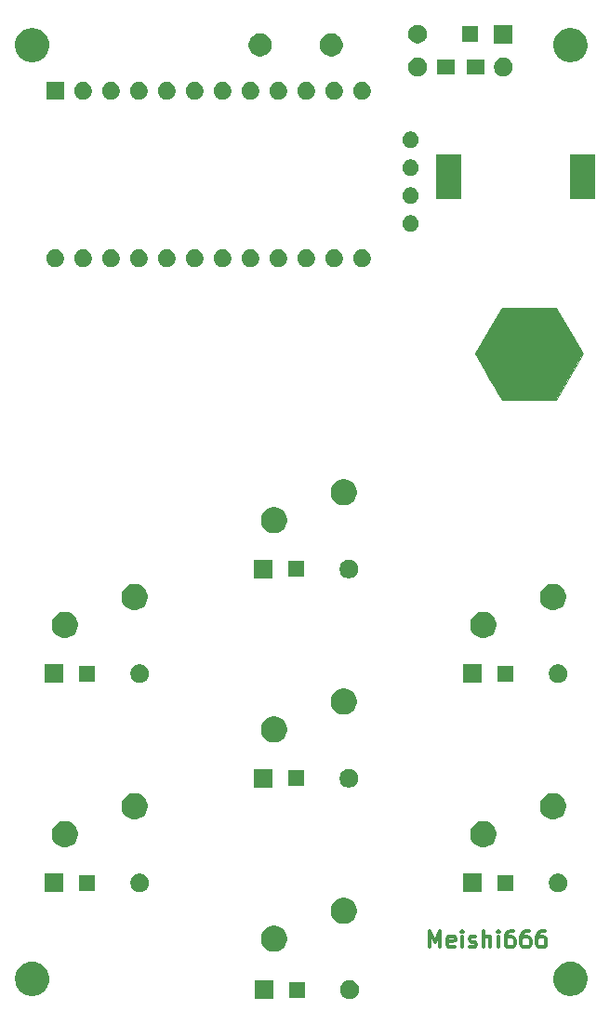
<source format=gts>
G04 #@! TF.GenerationSoftware,KiCad,Pcbnew,5.0.2-bee76a0~70~ubuntu18.04.1*
G04 #@! TF.CreationDate,2019-05-23T01:45:31+09:00*
G04 #@! TF.ProjectId,meishi666,6d656973-6869-4363-9636-2e6b69636164,rev?*
G04 #@! TF.SameCoordinates,Original*
G04 #@! TF.FileFunction,Soldermask,Top*
G04 #@! TF.FilePolarity,Negative*
%FSLAX46Y46*%
G04 Gerber Fmt 4.6, Leading zero omitted, Abs format (unit mm)*
G04 Created by KiCad (PCBNEW 5.0.2-bee76a0~70~ubuntu18.04.1) date 2019年05月23日 01時45分31秒*
%MOMM*%
%LPD*%
G01*
G04 APERTURE LIST*
%ADD10C,0.300000*%
%ADD11C,0.010000*%
%ADD12C,0.100000*%
G04 APERTURE END LIST*
D10*
X110164285Y-111133571D02*
X110164285Y-109633571D01*
X110664285Y-110705000D01*
X111164285Y-109633571D01*
X111164285Y-111133571D01*
X112450000Y-111062142D02*
X112307142Y-111133571D01*
X112021428Y-111133571D01*
X111878571Y-111062142D01*
X111807142Y-110919285D01*
X111807142Y-110347857D01*
X111878571Y-110205000D01*
X112021428Y-110133571D01*
X112307142Y-110133571D01*
X112450000Y-110205000D01*
X112521428Y-110347857D01*
X112521428Y-110490714D01*
X111807142Y-110633571D01*
X113164285Y-111133571D02*
X113164285Y-110133571D01*
X113164285Y-109633571D02*
X113092857Y-109705000D01*
X113164285Y-109776428D01*
X113235714Y-109705000D01*
X113164285Y-109633571D01*
X113164285Y-109776428D01*
X113807142Y-111062142D02*
X113950000Y-111133571D01*
X114235714Y-111133571D01*
X114378571Y-111062142D01*
X114450000Y-110919285D01*
X114450000Y-110847857D01*
X114378571Y-110705000D01*
X114235714Y-110633571D01*
X114021428Y-110633571D01*
X113878571Y-110562142D01*
X113807142Y-110419285D01*
X113807142Y-110347857D01*
X113878571Y-110205000D01*
X114021428Y-110133571D01*
X114235714Y-110133571D01*
X114378571Y-110205000D01*
X115092857Y-111133571D02*
X115092857Y-109633571D01*
X115735714Y-111133571D02*
X115735714Y-110347857D01*
X115664285Y-110205000D01*
X115521428Y-110133571D01*
X115307142Y-110133571D01*
X115164285Y-110205000D01*
X115092857Y-110276428D01*
X116450000Y-111133571D02*
X116450000Y-110133571D01*
X116450000Y-109633571D02*
X116378571Y-109705000D01*
X116450000Y-109776428D01*
X116521428Y-109705000D01*
X116450000Y-109633571D01*
X116450000Y-109776428D01*
X117807142Y-109633571D02*
X117521428Y-109633571D01*
X117378571Y-109705000D01*
X117307142Y-109776428D01*
X117164285Y-109990714D01*
X117092857Y-110276428D01*
X117092857Y-110847857D01*
X117164285Y-110990714D01*
X117235714Y-111062142D01*
X117378571Y-111133571D01*
X117664285Y-111133571D01*
X117807142Y-111062142D01*
X117878571Y-110990714D01*
X117950000Y-110847857D01*
X117950000Y-110490714D01*
X117878571Y-110347857D01*
X117807142Y-110276428D01*
X117664285Y-110205000D01*
X117378571Y-110205000D01*
X117235714Y-110276428D01*
X117164285Y-110347857D01*
X117092857Y-110490714D01*
X119235714Y-109633571D02*
X118950000Y-109633571D01*
X118807142Y-109705000D01*
X118735714Y-109776428D01*
X118592857Y-109990714D01*
X118521428Y-110276428D01*
X118521428Y-110847857D01*
X118592857Y-110990714D01*
X118664285Y-111062142D01*
X118807142Y-111133571D01*
X119092857Y-111133571D01*
X119235714Y-111062142D01*
X119307142Y-110990714D01*
X119378571Y-110847857D01*
X119378571Y-110490714D01*
X119307142Y-110347857D01*
X119235714Y-110276428D01*
X119092857Y-110205000D01*
X118807142Y-110205000D01*
X118664285Y-110276428D01*
X118592857Y-110347857D01*
X118521428Y-110490714D01*
X120664285Y-109633571D02*
X120378571Y-109633571D01*
X120235714Y-109705000D01*
X120164285Y-109776428D01*
X120021428Y-109990714D01*
X119950000Y-110276428D01*
X119950000Y-110847857D01*
X120021428Y-110990714D01*
X120092857Y-111062142D01*
X120235714Y-111133571D01*
X120521428Y-111133571D01*
X120664285Y-111062142D01*
X120735714Y-110990714D01*
X120807142Y-110847857D01*
X120807142Y-110490714D01*
X120735714Y-110347857D01*
X120664285Y-110276428D01*
X120521428Y-110205000D01*
X120235714Y-110205000D01*
X120092857Y-110276428D01*
X120021428Y-110347857D01*
X119950000Y-110490714D01*
D11*
G04 #@! TO.C,G\002A\002A\002A*
G36*
X122960358Y-55019500D02*
X124174567Y-57115000D01*
X121746227Y-61306000D01*
X119278234Y-61328441D01*
X116810240Y-61350882D01*
X116689839Y-61159108D01*
X116615979Y-61035587D01*
X116470361Y-60787098D01*
X116265657Y-60435451D01*
X116014543Y-60002461D01*
X115729691Y-59509938D01*
X115459505Y-59041688D01*
X114349572Y-57116043D01*
X115561028Y-55020021D01*
X116772484Y-52924000D01*
X121746148Y-52924000D01*
X122960358Y-55019500D01*
X122960358Y-55019500D01*
G37*
X122960358Y-55019500D02*
X124174567Y-57115000D01*
X121746227Y-61306000D01*
X119278234Y-61328441D01*
X116810240Y-61350882D01*
X116689839Y-61159108D01*
X116615979Y-61035587D01*
X116470361Y-60787098D01*
X116265657Y-60435451D01*
X116014543Y-60002461D01*
X115729691Y-59509938D01*
X115459505Y-59041688D01*
X114349572Y-57116043D01*
X115561028Y-55020021D01*
X116772484Y-52924000D01*
X121746148Y-52924000D01*
X122960358Y-55019500D01*
D12*
G36*
X103148228Y-114181703D02*
X103303100Y-114245853D01*
X103442481Y-114338985D01*
X103561015Y-114457519D01*
X103654147Y-114596900D01*
X103718297Y-114751772D01*
X103751000Y-114916184D01*
X103751000Y-115083816D01*
X103718297Y-115248228D01*
X103654147Y-115403100D01*
X103561015Y-115542481D01*
X103442481Y-115661015D01*
X103303100Y-115754147D01*
X103148228Y-115818297D01*
X102983816Y-115851000D01*
X102816184Y-115851000D01*
X102651772Y-115818297D01*
X102496900Y-115754147D01*
X102357519Y-115661015D01*
X102238985Y-115542481D01*
X102145853Y-115403100D01*
X102081703Y-115248228D01*
X102049000Y-115083816D01*
X102049000Y-114916184D01*
X102081703Y-114751772D01*
X102145853Y-114596900D01*
X102238985Y-114457519D01*
X102357519Y-114338985D01*
X102496900Y-114245853D01*
X102651772Y-114181703D01*
X102816184Y-114149000D01*
X102983816Y-114149000D01*
X103148228Y-114181703D01*
X103148228Y-114181703D01*
G37*
G36*
X95951000Y-115851000D02*
X94249000Y-115851000D01*
X94249000Y-114149000D01*
X95951000Y-114149000D01*
X95951000Y-115851000D01*
X95951000Y-115851000D01*
G37*
G36*
X98811000Y-115721000D02*
X97369000Y-115721000D01*
X97369000Y-114279000D01*
X98811000Y-114279000D01*
X98811000Y-115721000D01*
X98811000Y-115721000D01*
G37*
G36*
X123352527Y-112488736D02*
X123452410Y-112508604D01*
X123734674Y-112625521D01*
X123988705Y-112795259D01*
X124204741Y-113011295D01*
X124374479Y-113265326D01*
X124491396Y-113547590D01*
X124491396Y-113547591D01*
X124551000Y-113847238D01*
X124551000Y-114152762D01*
X124525889Y-114279000D01*
X124491396Y-114452410D01*
X124374479Y-114734674D01*
X124204741Y-114988705D01*
X123988705Y-115204741D01*
X123734674Y-115374479D01*
X123452410Y-115491396D01*
X123352527Y-115511264D01*
X123152762Y-115551000D01*
X122847238Y-115551000D01*
X122647473Y-115511264D01*
X122547590Y-115491396D01*
X122265326Y-115374479D01*
X122011295Y-115204741D01*
X121795259Y-114988705D01*
X121625521Y-114734674D01*
X121508604Y-114452410D01*
X121474111Y-114279000D01*
X121449000Y-114152762D01*
X121449000Y-113847238D01*
X121508604Y-113547591D01*
X121508604Y-113547590D01*
X121625521Y-113265326D01*
X121795259Y-113011295D01*
X122011295Y-112795259D01*
X122265326Y-112625521D01*
X122547590Y-112508604D01*
X122647473Y-112488736D01*
X122847238Y-112449000D01*
X123152762Y-112449000D01*
X123352527Y-112488736D01*
X123352527Y-112488736D01*
G37*
G36*
X74352527Y-112488736D02*
X74452410Y-112508604D01*
X74734674Y-112625521D01*
X74988705Y-112795259D01*
X75204741Y-113011295D01*
X75374479Y-113265326D01*
X75491396Y-113547590D01*
X75491396Y-113547591D01*
X75551000Y-113847238D01*
X75551000Y-114152762D01*
X75525889Y-114279000D01*
X75491396Y-114452410D01*
X75374479Y-114734674D01*
X75204741Y-114988705D01*
X74988705Y-115204741D01*
X74734674Y-115374479D01*
X74452410Y-115491396D01*
X74352527Y-115511264D01*
X74152762Y-115551000D01*
X73847238Y-115551000D01*
X73647473Y-115511264D01*
X73547590Y-115491396D01*
X73265326Y-115374479D01*
X73011295Y-115204741D01*
X72795259Y-114988705D01*
X72625521Y-114734674D01*
X72508604Y-114452410D01*
X72474111Y-114279000D01*
X72449000Y-114152762D01*
X72449000Y-113847238D01*
X72508604Y-113547591D01*
X72508604Y-113547590D01*
X72625521Y-113265326D01*
X72795259Y-113011295D01*
X73011295Y-112795259D01*
X73265326Y-112625521D01*
X73547590Y-112508604D01*
X73647473Y-112488736D01*
X73847238Y-112449000D01*
X74152762Y-112449000D01*
X74352527Y-112488736D01*
X74352527Y-112488736D01*
G37*
G36*
X96367277Y-109211885D02*
X96584572Y-109301891D01*
X96780131Y-109432560D01*
X96946440Y-109598869D01*
X97077109Y-109794428D01*
X97167115Y-110011723D01*
X97213000Y-110242401D01*
X97213000Y-110477599D01*
X97167115Y-110708277D01*
X97077109Y-110925572D01*
X96946440Y-111121131D01*
X96780131Y-111287440D01*
X96584572Y-111418109D01*
X96367277Y-111508115D01*
X96136599Y-111554000D01*
X95901401Y-111554000D01*
X95670723Y-111508115D01*
X95453428Y-111418109D01*
X95257869Y-111287440D01*
X95091560Y-111121131D01*
X94960891Y-110925572D01*
X94870885Y-110708277D01*
X94825000Y-110477599D01*
X94825000Y-110242401D01*
X94870885Y-110011723D01*
X94960891Y-109794428D01*
X95091560Y-109598869D01*
X95257869Y-109432560D01*
X95453428Y-109301891D01*
X95670723Y-109211885D01*
X95901401Y-109166000D01*
X96136599Y-109166000D01*
X96367277Y-109211885D01*
X96367277Y-109211885D01*
G37*
G36*
X102717277Y-106671885D02*
X102934572Y-106761891D01*
X103130131Y-106892560D01*
X103296440Y-107058869D01*
X103427109Y-107254428D01*
X103517115Y-107471723D01*
X103563000Y-107702401D01*
X103563000Y-107937599D01*
X103517115Y-108168277D01*
X103427109Y-108385572D01*
X103296440Y-108581131D01*
X103130131Y-108747440D01*
X102934572Y-108878109D01*
X102717277Y-108968115D01*
X102486599Y-109014000D01*
X102251401Y-109014000D01*
X102020723Y-108968115D01*
X101803428Y-108878109D01*
X101607869Y-108747440D01*
X101441560Y-108581131D01*
X101310891Y-108385572D01*
X101220885Y-108168277D01*
X101175000Y-107937599D01*
X101175000Y-107702401D01*
X101220885Y-107471723D01*
X101310891Y-107254428D01*
X101441560Y-107058869D01*
X101607869Y-106892560D01*
X101803428Y-106761891D01*
X102020723Y-106671885D01*
X102251401Y-106626000D01*
X102486599Y-106626000D01*
X102717277Y-106671885D01*
X102717277Y-106671885D01*
G37*
G36*
X76841000Y-106131000D02*
X75139000Y-106131000D01*
X75139000Y-104429000D01*
X76841000Y-104429000D01*
X76841000Y-106131000D01*
X76841000Y-106131000D01*
G37*
G36*
X84038228Y-104461703D02*
X84193100Y-104525853D01*
X84332481Y-104618985D01*
X84451015Y-104737519D01*
X84544147Y-104876900D01*
X84608297Y-105031772D01*
X84641000Y-105196184D01*
X84641000Y-105363816D01*
X84608297Y-105528228D01*
X84544147Y-105683100D01*
X84451015Y-105822481D01*
X84332481Y-105941015D01*
X84193100Y-106034147D01*
X84038228Y-106098297D01*
X83873816Y-106131000D01*
X83706184Y-106131000D01*
X83541772Y-106098297D01*
X83386900Y-106034147D01*
X83247519Y-105941015D01*
X83128985Y-105822481D01*
X83035853Y-105683100D01*
X82971703Y-105528228D01*
X82939000Y-105363816D01*
X82939000Y-105196184D01*
X82971703Y-105031772D01*
X83035853Y-104876900D01*
X83128985Y-104737519D01*
X83247519Y-104618985D01*
X83386900Y-104525853D01*
X83541772Y-104461703D01*
X83706184Y-104429000D01*
X83873816Y-104429000D01*
X84038228Y-104461703D01*
X84038228Y-104461703D01*
G37*
G36*
X114941000Y-106131000D02*
X113239000Y-106131000D01*
X113239000Y-104429000D01*
X114941000Y-104429000D01*
X114941000Y-106131000D01*
X114941000Y-106131000D01*
G37*
G36*
X122138228Y-104461703D02*
X122293100Y-104525853D01*
X122432481Y-104618985D01*
X122551015Y-104737519D01*
X122644147Y-104876900D01*
X122708297Y-105031772D01*
X122741000Y-105196184D01*
X122741000Y-105363816D01*
X122708297Y-105528228D01*
X122644147Y-105683100D01*
X122551015Y-105822481D01*
X122432481Y-105941015D01*
X122293100Y-106034147D01*
X122138228Y-106098297D01*
X121973816Y-106131000D01*
X121806184Y-106131000D01*
X121641772Y-106098297D01*
X121486900Y-106034147D01*
X121347519Y-105941015D01*
X121228985Y-105822481D01*
X121135853Y-105683100D01*
X121071703Y-105528228D01*
X121039000Y-105363816D01*
X121039000Y-105196184D01*
X121071703Y-105031772D01*
X121135853Y-104876900D01*
X121228985Y-104737519D01*
X121347519Y-104618985D01*
X121486900Y-104525853D01*
X121641772Y-104461703D01*
X121806184Y-104429000D01*
X121973816Y-104429000D01*
X122138228Y-104461703D01*
X122138228Y-104461703D01*
G37*
G36*
X117801000Y-106001000D02*
X116359000Y-106001000D01*
X116359000Y-104559000D01*
X117801000Y-104559000D01*
X117801000Y-106001000D01*
X117801000Y-106001000D01*
G37*
G36*
X79701000Y-106001000D02*
X78259000Y-106001000D01*
X78259000Y-104559000D01*
X79701000Y-104559000D01*
X79701000Y-106001000D01*
X79701000Y-106001000D01*
G37*
G36*
X77317277Y-99686885D02*
X77534572Y-99776891D01*
X77730131Y-99907560D01*
X77896440Y-100073869D01*
X78027109Y-100269428D01*
X78117115Y-100486723D01*
X78163000Y-100717401D01*
X78163000Y-100952599D01*
X78117115Y-101183277D01*
X78027109Y-101400572D01*
X77896440Y-101596131D01*
X77730131Y-101762440D01*
X77534572Y-101893109D01*
X77317277Y-101983115D01*
X77086599Y-102029000D01*
X76851401Y-102029000D01*
X76620723Y-101983115D01*
X76403428Y-101893109D01*
X76207869Y-101762440D01*
X76041560Y-101596131D01*
X75910891Y-101400572D01*
X75820885Y-101183277D01*
X75775000Y-100952599D01*
X75775000Y-100717401D01*
X75820885Y-100486723D01*
X75910891Y-100269428D01*
X76041560Y-100073869D01*
X76207869Y-99907560D01*
X76403428Y-99776891D01*
X76620723Y-99686885D01*
X76851401Y-99641000D01*
X77086599Y-99641000D01*
X77317277Y-99686885D01*
X77317277Y-99686885D01*
G37*
G36*
X115417277Y-99686885D02*
X115634572Y-99776891D01*
X115830131Y-99907560D01*
X115996440Y-100073869D01*
X116127109Y-100269428D01*
X116217115Y-100486723D01*
X116263000Y-100717401D01*
X116263000Y-100952599D01*
X116217115Y-101183277D01*
X116127109Y-101400572D01*
X115996440Y-101596131D01*
X115830131Y-101762440D01*
X115634572Y-101893109D01*
X115417277Y-101983115D01*
X115186599Y-102029000D01*
X114951401Y-102029000D01*
X114720723Y-101983115D01*
X114503428Y-101893109D01*
X114307869Y-101762440D01*
X114141560Y-101596131D01*
X114010891Y-101400572D01*
X113920885Y-101183277D01*
X113875000Y-100952599D01*
X113875000Y-100717401D01*
X113920885Y-100486723D01*
X114010891Y-100269428D01*
X114141560Y-100073869D01*
X114307869Y-99907560D01*
X114503428Y-99776891D01*
X114720723Y-99686885D01*
X114951401Y-99641000D01*
X115186599Y-99641000D01*
X115417277Y-99686885D01*
X115417277Y-99686885D01*
G37*
G36*
X83667277Y-97146885D02*
X83884572Y-97236891D01*
X84080131Y-97367560D01*
X84246440Y-97533869D01*
X84377109Y-97729428D01*
X84467115Y-97946723D01*
X84513000Y-98177401D01*
X84513000Y-98412599D01*
X84467115Y-98643277D01*
X84377109Y-98860572D01*
X84246440Y-99056131D01*
X84080131Y-99222440D01*
X83884572Y-99353109D01*
X83667277Y-99443115D01*
X83436599Y-99489000D01*
X83201401Y-99489000D01*
X82970723Y-99443115D01*
X82753428Y-99353109D01*
X82557869Y-99222440D01*
X82391560Y-99056131D01*
X82260891Y-98860572D01*
X82170885Y-98643277D01*
X82125000Y-98412599D01*
X82125000Y-98177401D01*
X82170885Y-97946723D01*
X82260891Y-97729428D01*
X82391560Y-97533869D01*
X82557869Y-97367560D01*
X82753428Y-97236891D01*
X82970723Y-97146885D01*
X83201401Y-97101000D01*
X83436599Y-97101000D01*
X83667277Y-97146885D01*
X83667277Y-97146885D01*
G37*
G36*
X121767277Y-97146885D02*
X121984572Y-97236891D01*
X122180131Y-97367560D01*
X122346440Y-97533869D01*
X122477109Y-97729428D01*
X122567115Y-97946723D01*
X122613000Y-98177401D01*
X122613000Y-98412599D01*
X122567115Y-98643277D01*
X122477109Y-98860572D01*
X122346440Y-99056131D01*
X122180131Y-99222440D01*
X121984572Y-99353109D01*
X121767277Y-99443115D01*
X121536599Y-99489000D01*
X121301401Y-99489000D01*
X121070723Y-99443115D01*
X120853428Y-99353109D01*
X120657869Y-99222440D01*
X120491560Y-99056131D01*
X120360891Y-98860572D01*
X120270885Y-98643277D01*
X120225000Y-98412599D01*
X120225000Y-98177401D01*
X120270885Y-97946723D01*
X120360891Y-97729428D01*
X120491560Y-97533869D01*
X120657869Y-97367560D01*
X120853428Y-97236891D01*
X121070723Y-97146885D01*
X121301401Y-97101000D01*
X121536599Y-97101000D01*
X121767277Y-97146885D01*
X121767277Y-97146885D01*
G37*
G36*
X95891000Y-96606000D02*
X94189000Y-96606000D01*
X94189000Y-94904000D01*
X95891000Y-94904000D01*
X95891000Y-96606000D01*
X95891000Y-96606000D01*
G37*
G36*
X103088228Y-94936703D02*
X103243100Y-95000853D01*
X103382481Y-95093985D01*
X103501015Y-95212519D01*
X103594147Y-95351900D01*
X103658297Y-95506772D01*
X103691000Y-95671184D01*
X103691000Y-95838816D01*
X103658297Y-96003228D01*
X103594147Y-96158100D01*
X103501015Y-96297481D01*
X103382481Y-96416015D01*
X103243100Y-96509147D01*
X103088228Y-96573297D01*
X102923816Y-96606000D01*
X102756184Y-96606000D01*
X102591772Y-96573297D01*
X102436900Y-96509147D01*
X102297519Y-96416015D01*
X102178985Y-96297481D01*
X102085853Y-96158100D01*
X102021703Y-96003228D01*
X101989000Y-95838816D01*
X101989000Y-95671184D01*
X102021703Y-95506772D01*
X102085853Y-95351900D01*
X102178985Y-95212519D01*
X102297519Y-95093985D01*
X102436900Y-95000853D01*
X102591772Y-94936703D01*
X102756184Y-94904000D01*
X102923816Y-94904000D01*
X103088228Y-94936703D01*
X103088228Y-94936703D01*
G37*
G36*
X98751000Y-96476000D02*
X97309000Y-96476000D01*
X97309000Y-95034000D01*
X98751000Y-95034000D01*
X98751000Y-96476000D01*
X98751000Y-96476000D01*
G37*
G36*
X96367277Y-90161885D02*
X96584572Y-90251891D01*
X96780131Y-90382560D01*
X96946440Y-90548869D01*
X97077109Y-90744428D01*
X97167115Y-90961723D01*
X97213000Y-91192401D01*
X97213000Y-91427599D01*
X97167115Y-91658277D01*
X97077109Y-91875572D01*
X96946440Y-92071131D01*
X96780131Y-92237440D01*
X96584572Y-92368109D01*
X96367277Y-92458115D01*
X96136599Y-92504000D01*
X95901401Y-92504000D01*
X95670723Y-92458115D01*
X95453428Y-92368109D01*
X95257869Y-92237440D01*
X95091560Y-92071131D01*
X94960891Y-91875572D01*
X94870885Y-91658277D01*
X94825000Y-91427599D01*
X94825000Y-91192401D01*
X94870885Y-90961723D01*
X94960891Y-90744428D01*
X95091560Y-90548869D01*
X95257869Y-90382560D01*
X95453428Y-90251891D01*
X95670723Y-90161885D01*
X95901401Y-90116000D01*
X96136599Y-90116000D01*
X96367277Y-90161885D01*
X96367277Y-90161885D01*
G37*
G36*
X102717277Y-87621885D02*
X102934572Y-87711891D01*
X103130131Y-87842560D01*
X103296440Y-88008869D01*
X103427109Y-88204428D01*
X103517115Y-88421723D01*
X103563000Y-88652401D01*
X103563000Y-88887599D01*
X103517115Y-89118277D01*
X103427109Y-89335572D01*
X103296440Y-89531131D01*
X103130131Y-89697440D01*
X102934572Y-89828109D01*
X102717277Y-89918115D01*
X102486599Y-89964000D01*
X102251401Y-89964000D01*
X102020723Y-89918115D01*
X101803428Y-89828109D01*
X101607869Y-89697440D01*
X101441560Y-89531131D01*
X101310891Y-89335572D01*
X101220885Y-89118277D01*
X101175000Y-88887599D01*
X101175000Y-88652401D01*
X101220885Y-88421723D01*
X101310891Y-88204428D01*
X101441560Y-88008869D01*
X101607869Y-87842560D01*
X101803428Y-87711891D01*
X102020723Y-87621885D01*
X102251401Y-87576000D01*
X102486599Y-87576000D01*
X102717277Y-87621885D01*
X102717277Y-87621885D01*
G37*
G36*
X114941000Y-87081000D02*
X113239000Y-87081000D01*
X113239000Y-85379000D01*
X114941000Y-85379000D01*
X114941000Y-87081000D01*
X114941000Y-87081000D01*
G37*
G36*
X76841000Y-87081000D02*
X75139000Y-87081000D01*
X75139000Y-85379000D01*
X76841000Y-85379000D01*
X76841000Y-87081000D01*
X76841000Y-87081000D01*
G37*
G36*
X84038228Y-85411703D02*
X84193100Y-85475853D01*
X84332481Y-85568985D01*
X84451015Y-85687519D01*
X84544147Y-85826900D01*
X84608297Y-85981772D01*
X84641000Y-86146184D01*
X84641000Y-86313816D01*
X84608297Y-86478228D01*
X84544147Y-86633100D01*
X84451015Y-86772481D01*
X84332481Y-86891015D01*
X84193100Y-86984147D01*
X84038228Y-87048297D01*
X83873816Y-87081000D01*
X83706184Y-87081000D01*
X83541772Y-87048297D01*
X83386900Y-86984147D01*
X83247519Y-86891015D01*
X83128985Y-86772481D01*
X83035853Y-86633100D01*
X82971703Y-86478228D01*
X82939000Y-86313816D01*
X82939000Y-86146184D01*
X82971703Y-85981772D01*
X83035853Y-85826900D01*
X83128985Y-85687519D01*
X83247519Y-85568985D01*
X83386900Y-85475853D01*
X83541772Y-85411703D01*
X83706184Y-85379000D01*
X83873816Y-85379000D01*
X84038228Y-85411703D01*
X84038228Y-85411703D01*
G37*
G36*
X122138228Y-85411703D02*
X122293100Y-85475853D01*
X122432481Y-85568985D01*
X122551015Y-85687519D01*
X122644147Y-85826900D01*
X122708297Y-85981772D01*
X122741000Y-86146184D01*
X122741000Y-86313816D01*
X122708297Y-86478228D01*
X122644147Y-86633100D01*
X122551015Y-86772481D01*
X122432481Y-86891015D01*
X122293100Y-86984147D01*
X122138228Y-87048297D01*
X121973816Y-87081000D01*
X121806184Y-87081000D01*
X121641772Y-87048297D01*
X121486900Y-86984147D01*
X121347519Y-86891015D01*
X121228985Y-86772481D01*
X121135853Y-86633100D01*
X121071703Y-86478228D01*
X121039000Y-86313816D01*
X121039000Y-86146184D01*
X121071703Y-85981772D01*
X121135853Y-85826900D01*
X121228985Y-85687519D01*
X121347519Y-85568985D01*
X121486900Y-85475853D01*
X121641772Y-85411703D01*
X121806184Y-85379000D01*
X121973816Y-85379000D01*
X122138228Y-85411703D01*
X122138228Y-85411703D01*
G37*
G36*
X117801000Y-86951000D02*
X116359000Y-86951000D01*
X116359000Y-85509000D01*
X117801000Y-85509000D01*
X117801000Y-86951000D01*
X117801000Y-86951000D01*
G37*
G36*
X79701000Y-86951000D02*
X78259000Y-86951000D01*
X78259000Y-85509000D01*
X79701000Y-85509000D01*
X79701000Y-86951000D01*
X79701000Y-86951000D01*
G37*
G36*
X77317277Y-80636885D02*
X77534572Y-80726891D01*
X77730131Y-80857560D01*
X77896440Y-81023869D01*
X78027109Y-81219428D01*
X78117115Y-81436723D01*
X78163000Y-81667401D01*
X78163000Y-81902599D01*
X78117115Y-82133277D01*
X78027109Y-82350572D01*
X77896440Y-82546131D01*
X77730131Y-82712440D01*
X77534572Y-82843109D01*
X77317277Y-82933115D01*
X77086599Y-82979000D01*
X76851401Y-82979000D01*
X76620723Y-82933115D01*
X76403428Y-82843109D01*
X76207869Y-82712440D01*
X76041560Y-82546131D01*
X75910891Y-82350572D01*
X75820885Y-82133277D01*
X75775000Y-81902599D01*
X75775000Y-81667401D01*
X75820885Y-81436723D01*
X75910891Y-81219428D01*
X76041560Y-81023869D01*
X76207869Y-80857560D01*
X76403428Y-80726891D01*
X76620723Y-80636885D01*
X76851401Y-80591000D01*
X77086599Y-80591000D01*
X77317277Y-80636885D01*
X77317277Y-80636885D01*
G37*
G36*
X115417277Y-80636885D02*
X115634572Y-80726891D01*
X115830131Y-80857560D01*
X115996440Y-81023869D01*
X116127109Y-81219428D01*
X116217115Y-81436723D01*
X116263000Y-81667401D01*
X116263000Y-81902599D01*
X116217115Y-82133277D01*
X116127109Y-82350572D01*
X115996440Y-82546131D01*
X115830131Y-82712440D01*
X115634572Y-82843109D01*
X115417277Y-82933115D01*
X115186599Y-82979000D01*
X114951401Y-82979000D01*
X114720723Y-82933115D01*
X114503428Y-82843109D01*
X114307869Y-82712440D01*
X114141560Y-82546131D01*
X114010891Y-82350572D01*
X113920885Y-82133277D01*
X113875000Y-81902599D01*
X113875000Y-81667401D01*
X113920885Y-81436723D01*
X114010891Y-81219428D01*
X114141560Y-81023869D01*
X114307869Y-80857560D01*
X114503428Y-80726891D01*
X114720723Y-80636885D01*
X114951401Y-80591000D01*
X115186599Y-80591000D01*
X115417277Y-80636885D01*
X115417277Y-80636885D01*
G37*
G36*
X83667277Y-78096885D02*
X83884572Y-78186891D01*
X84080131Y-78317560D01*
X84246440Y-78483869D01*
X84377109Y-78679428D01*
X84467115Y-78896723D01*
X84513000Y-79127401D01*
X84513000Y-79362599D01*
X84467115Y-79593277D01*
X84377109Y-79810572D01*
X84246440Y-80006131D01*
X84080131Y-80172440D01*
X83884572Y-80303109D01*
X83667277Y-80393115D01*
X83436599Y-80439000D01*
X83201401Y-80439000D01*
X82970723Y-80393115D01*
X82753428Y-80303109D01*
X82557869Y-80172440D01*
X82391560Y-80006131D01*
X82260891Y-79810572D01*
X82170885Y-79593277D01*
X82125000Y-79362599D01*
X82125000Y-79127401D01*
X82170885Y-78896723D01*
X82260891Y-78679428D01*
X82391560Y-78483869D01*
X82557869Y-78317560D01*
X82753428Y-78186891D01*
X82970723Y-78096885D01*
X83201401Y-78051000D01*
X83436599Y-78051000D01*
X83667277Y-78096885D01*
X83667277Y-78096885D01*
G37*
G36*
X121767277Y-78096885D02*
X121984572Y-78186891D01*
X122180131Y-78317560D01*
X122346440Y-78483869D01*
X122477109Y-78679428D01*
X122567115Y-78896723D01*
X122613000Y-79127401D01*
X122613000Y-79362599D01*
X122567115Y-79593277D01*
X122477109Y-79810572D01*
X122346440Y-80006131D01*
X122180131Y-80172440D01*
X121984572Y-80303109D01*
X121767277Y-80393115D01*
X121536599Y-80439000D01*
X121301401Y-80439000D01*
X121070723Y-80393115D01*
X120853428Y-80303109D01*
X120657869Y-80172440D01*
X120491560Y-80006131D01*
X120360891Y-79810572D01*
X120270885Y-79593277D01*
X120225000Y-79362599D01*
X120225000Y-79127401D01*
X120270885Y-78896723D01*
X120360891Y-78679428D01*
X120491560Y-78483869D01*
X120657869Y-78317560D01*
X120853428Y-78186891D01*
X121070723Y-78096885D01*
X121301401Y-78051000D01*
X121536599Y-78051000D01*
X121767277Y-78096885D01*
X121767277Y-78096885D01*
G37*
G36*
X103088228Y-75886703D02*
X103243100Y-75950853D01*
X103382481Y-76043985D01*
X103501015Y-76162519D01*
X103594147Y-76301900D01*
X103658297Y-76456772D01*
X103691000Y-76621184D01*
X103691000Y-76788816D01*
X103658297Y-76953228D01*
X103594147Y-77108100D01*
X103501015Y-77247481D01*
X103382481Y-77366015D01*
X103243100Y-77459147D01*
X103088228Y-77523297D01*
X102923816Y-77556000D01*
X102756184Y-77556000D01*
X102591772Y-77523297D01*
X102436900Y-77459147D01*
X102297519Y-77366015D01*
X102178985Y-77247481D01*
X102085853Y-77108100D01*
X102021703Y-76953228D01*
X101989000Y-76788816D01*
X101989000Y-76621184D01*
X102021703Y-76456772D01*
X102085853Y-76301900D01*
X102178985Y-76162519D01*
X102297519Y-76043985D01*
X102436900Y-75950853D01*
X102591772Y-75886703D01*
X102756184Y-75854000D01*
X102923816Y-75854000D01*
X103088228Y-75886703D01*
X103088228Y-75886703D01*
G37*
G36*
X95891000Y-77556000D02*
X94189000Y-77556000D01*
X94189000Y-75854000D01*
X95891000Y-75854000D01*
X95891000Y-77556000D01*
X95891000Y-77556000D01*
G37*
G36*
X98751000Y-77426000D02*
X97309000Y-77426000D01*
X97309000Y-75984000D01*
X98751000Y-75984000D01*
X98751000Y-77426000D01*
X98751000Y-77426000D01*
G37*
G36*
X96367277Y-71111885D02*
X96584572Y-71201891D01*
X96780131Y-71332560D01*
X96946440Y-71498869D01*
X97077109Y-71694428D01*
X97167115Y-71911723D01*
X97213000Y-72142401D01*
X97213000Y-72377599D01*
X97167115Y-72608277D01*
X97077109Y-72825572D01*
X96946440Y-73021131D01*
X96780131Y-73187440D01*
X96584572Y-73318109D01*
X96367277Y-73408115D01*
X96136599Y-73454000D01*
X95901401Y-73454000D01*
X95670723Y-73408115D01*
X95453428Y-73318109D01*
X95257869Y-73187440D01*
X95091560Y-73021131D01*
X94960891Y-72825572D01*
X94870885Y-72608277D01*
X94825000Y-72377599D01*
X94825000Y-72142401D01*
X94870885Y-71911723D01*
X94960891Y-71694428D01*
X95091560Y-71498869D01*
X95257869Y-71332560D01*
X95453428Y-71201891D01*
X95670723Y-71111885D01*
X95901401Y-71066000D01*
X96136599Y-71066000D01*
X96367277Y-71111885D01*
X96367277Y-71111885D01*
G37*
G36*
X102717277Y-68571885D02*
X102934572Y-68661891D01*
X103130131Y-68792560D01*
X103296440Y-68958869D01*
X103427109Y-69154428D01*
X103517115Y-69371723D01*
X103563000Y-69602401D01*
X103563000Y-69837599D01*
X103517115Y-70068277D01*
X103427109Y-70285572D01*
X103296440Y-70481131D01*
X103130131Y-70647440D01*
X102934572Y-70778109D01*
X102717277Y-70868115D01*
X102486599Y-70914000D01*
X102251401Y-70914000D01*
X102020723Y-70868115D01*
X101803428Y-70778109D01*
X101607869Y-70647440D01*
X101441560Y-70481131D01*
X101310891Y-70285572D01*
X101220885Y-70068277D01*
X101175000Y-69837599D01*
X101175000Y-69602401D01*
X101220885Y-69371723D01*
X101310891Y-69154428D01*
X101441560Y-68958869D01*
X101607869Y-68792560D01*
X101803428Y-68661891D01*
X102020723Y-68571885D01*
X102251401Y-68526000D01*
X102486599Y-68526000D01*
X102717277Y-68571885D01*
X102717277Y-68571885D01*
G37*
G36*
X78857142Y-47633242D02*
X79005102Y-47694530D01*
X79138258Y-47783502D01*
X79251498Y-47896742D01*
X79340470Y-48029898D01*
X79401758Y-48177858D01*
X79433000Y-48334925D01*
X79433000Y-48495075D01*
X79401758Y-48652142D01*
X79340470Y-48800102D01*
X79251498Y-48933258D01*
X79138258Y-49046498D01*
X79005102Y-49135470D01*
X78857142Y-49196758D01*
X78700075Y-49228000D01*
X78539925Y-49228000D01*
X78382858Y-49196758D01*
X78234898Y-49135470D01*
X78101742Y-49046498D01*
X77988502Y-48933258D01*
X77899530Y-48800102D01*
X77838242Y-48652142D01*
X77807000Y-48495075D01*
X77807000Y-48334925D01*
X77838242Y-48177858D01*
X77899530Y-48029898D01*
X77988502Y-47896742D01*
X78101742Y-47783502D01*
X78234898Y-47694530D01*
X78382858Y-47633242D01*
X78539925Y-47602000D01*
X78700075Y-47602000D01*
X78857142Y-47633242D01*
X78857142Y-47633242D01*
G37*
G36*
X83937142Y-47633242D02*
X84085102Y-47694530D01*
X84218258Y-47783502D01*
X84331498Y-47896742D01*
X84420470Y-48029898D01*
X84481758Y-48177858D01*
X84513000Y-48334925D01*
X84513000Y-48495075D01*
X84481758Y-48652142D01*
X84420470Y-48800102D01*
X84331498Y-48933258D01*
X84218258Y-49046498D01*
X84085102Y-49135470D01*
X83937142Y-49196758D01*
X83780075Y-49228000D01*
X83619925Y-49228000D01*
X83462858Y-49196758D01*
X83314898Y-49135470D01*
X83181742Y-49046498D01*
X83068502Y-48933258D01*
X82979530Y-48800102D01*
X82918242Y-48652142D01*
X82887000Y-48495075D01*
X82887000Y-48334925D01*
X82918242Y-48177858D01*
X82979530Y-48029898D01*
X83068502Y-47896742D01*
X83181742Y-47783502D01*
X83314898Y-47694530D01*
X83462858Y-47633242D01*
X83619925Y-47602000D01*
X83780075Y-47602000D01*
X83937142Y-47633242D01*
X83937142Y-47633242D01*
G37*
G36*
X91557142Y-47633242D02*
X91705102Y-47694530D01*
X91838258Y-47783502D01*
X91951498Y-47896742D01*
X92040470Y-48029898D01*
X92101758Y-48177858D01*
X92133000Y-48334925D01*
X92133000Y-48495075D01*
X92101758Y-48652142D01*
X92040470Y-48800102D01*
X91951498Y-48933258D01*
X91838258Y-49046498D01*
X91705102Y-49135470D01*
X91557142Y-49196758D01*
X91400075Y-49228000D01*
X91239925Y-49228000D01*
X91082858Y-49196758D01*
X90934898Y-49135470D01*
X90801742Y-49046498D01*
X90688502Y-48933258D01*
X90599530Y-48800102D01*
X90538242Y-48652142D01*
X90507000Y-48495075D01*
X90507000Y-48334925D01*
X90538242Y-48177858D01*
X90599530Y-48029898D01*
X90688502Y-47896742D01*
X90801742Y-47783502D01*
X90934898Y-47694530D01*
X91082858Y-47633242D01*
X91239925Y-47602000D01*
X91400075Y-47602000D01*
X91557142Y-47633242D01*
X91557142Y-47633242D01*
G37*
G36*
X81397142Y-47633242D02*
X81545102Y-47694530D01*
X81678258Y-47783502D01*
X81791498Y-47896742D01*
X81880470Y-48029898D01*
X81941758Y-48177858D01*
X81973000Y-48334925D01*
X81973000Y-48495075D01*
X81941758Y-48652142D01*
X81880470Y-48800102D01*
X81791498Y-48933258D01*
X81678258Y-49046498D01*
X81545102Y-49135470D01*
X81397142Y-49196758D01*
X81240075Y-49228000D01*
X81079925Y-49228000D01*
X80922858Y-49196758D01*
X80774898Y-49135470D01*
X80641742Y-49046498D01*
X80528502Y-48933258D01*
X80439530Y-48800102D01*
X80378242Y-48652142D01*
X80347000Y-48495075D01*
X80347000Y-48334925D01*
X80378242Y-48177858D01*
X80439530Y-48029898D01*
X80528502Y-47896742D01*
X80641742Y-47783502D01*
X80774898Y-47694530D01*
X80922858Y-47633242D01*
X81079925Y-47602000D01*
X81240075Y-47602000D01*
X81397142Y-47633242D01*
X81397142Y-47633242D01*
G37*
G36*
X104257142Y-47633242D02*
X104405102Y-47694530D01*
X104538258Y-47783502D01*
X104651498Y-47896742D01*
X104740470Y-48029898D01*
X104801758Y-48177858D01*
X104833000Y-48334925D01*
X104833000Y-48495075D01*
X104801758Y-48652142D01*
X104740470Y-48800102D01*
X104651498Y-48933258D01*
X104538258Y-49046498D01*
X104405102Y-49135470D01*
X104257142Y-49196758D01*
X104100075Y-49228000D01*
X103939925Y-49228000D01*
X103782858Y-49196758D01*
X103634898Y-49135470D01*
X103501742Y-49046498D01*
X103388502Y-48933258D01*
X103299530Y-48800102D01*
X103238242Y-48652142D01*
X103207000Y-48495075D01*
X103207000Y-48334925D01*
X103238242Y-48177858D01*
X103299530Y-48029898D01*
X103388502Y-47896742D01*
X103501742Y-47783502D01*
X103634898Y-47694530D01*
X103782858Y-47633242D01*
X103939925Y-47602000D01*
X104100075Y-47602000D01*
X104257142Y-47633242D01*
X104257142Y-47633242D01*
G37*
G36*
X101717142Y-47633242D02*
X101865102Y-47694530D01*
X101998258Y-47783502D01*
X102111498Y-47896742D01*
X102200470Y-48029898D01*
X102261758Y-48177858D01*
X102293000Y-48334925D01*
X102293000Y-48495075D01*
X102261758Y-48652142D01*
X102200470Y-48800102D01*
X102111498Y-48933258D01*
X101998258Y-49046498D01*
X101865102Y-49135470D01*
X101717142Y-49196758D01*
X101560075Y-49228000D01*
X101399925Y-49228000D01*
X101242858Y-49196758D01*
X101094898Y-49135470D01*
X100961742Y-49046498D01*
X100848502Y-48933258D01*
X100759530Y-48800102D01*
X100698242Y-48652142D01*
X100667000Y-48495075D01*
X100667000Y-48334925D01*
X100698242Y-48177858D01*
X100759530Y-48029898D01*
X100848502Y-47896742D01*
X100961742Y-47783502D01*
X101094898Y-47694530D01*
X101242858Y-47633242D01*
X101399925Y-47602000D01*
X101560075Y-47602000D01*
X101717142Y-47633242D01*
X101717142Y-47633242D01*
G37*
G36*
X96637142Y-47633242D02*
X96785102Y-47694530D01*
X96918258Y-47783502D01*
X97031498Y-47896742D01*
X97120470Y-48029898D01*
X97181758Y-48177858D01*
X97213000Y-48334925D01*
X97213000Y-48495075D01*
X97181758Y-48652142D01*
X97120470Y-48800102D01*
X97031498Y-48933258D01*
X96918258Y-49046498D01*
X96785102Y-49135470D01*
X96637142Y-49196758D01*
X96480075Y-49228000D01*
X96319925Y-49228000D01*
X96162858Y-49196758D01*
X96014898Y-49135470D01*
X95881742Y-49046498D01*
X95768502Y-48933258D01*
X95679530Y-48800102D01*
X95618242Y-48652142D01*
X95587000Y-48495075D01*
X95587000Y-48334925D01*
X95618242Y-48177858D01*
X95679530Y-48029898D01*
X95768502Y-47896742D01*
X95881742Y-47783502D01*
X96014898Y-47694530D01*
X96162858Y-47633242D01*
X96319925Y-47602000D01*
X96480075Y-47602000D01*
X96637142Y-47633242D01*
X96637142Y-47633242D01*
G37*
G36*
X99177142Y-47633242D02*
X99325102Y-47694530D01*
X99458258Y-47783502D01*
X99571498Y-47896742D01*
X99660470Y-48029898D01*
X99721758Y-48177858D01*
X99753000Y-48334925D01*
X99753000Y-48495075D01*
X99721758Y-48652142D01*
X99660470Y-48800102D01*
X99571498Y-48933258D01*
X99458258Y-49046498D01*
X99325102Y-49135470D01*
X99177142Y-49196758D01*
X99020075Y-49228000D01*
X98859925Y-49228000D01*
X98702858Y-49196758D01*
X98554898Y-49135470D01*
X98421742Y-49046498D01*
X98308502Y-48933258D01*
X98219530Y-48800102D01*
X98158242Y-48652142D01*
X98127000Y-48495075D01*
X98127000Y-48334925D01*
X98158242Y-48177858D01*
X98219530Y-48029898D01*
X98308502Y-47896742D01*
X98421742Y-47783502D01*
X98554898Y-47694530D01*
X98702858Y-47633242D01*
X98859925Y-47602000D01*
X99020075Y-47602000D01*
X99177142Y-47633242D01*
X99177142Y-47633242D01*
G37*
G36*
X86477142Y-47633242D02*
X86625102Y-47694530D01*
X86758258Y-47783502D01*
X86871498Y-47896742D01*
X86960470Y-48029898D01*
X87021758Y-48177858D01*
X87053000Y-48334925D01*
X87053000Y-48495075D01*
X87021758Y-48652142D01*
X86960470Y-48800102D01*
X86871498Y-48933258D01*
X86758258Y-49046498D01*
X86625102Y-49135470D01*
X86477142Y-49196758D01*
X86320075Y-49228000D01*
X86159925Y-49228000D01*
X86002858Y-49196758D01*
X85854898Y-49135470D01*
X85721742Y-49046498D01*
X85608502Y-48933258D01*
X85519530Y-48800102D01*
X85458242Y-48652142D01*
X85427000Y-48495075D01*
X85427000Y-48334925D01*
X85458242Y-48177858D01*
X85519530Y-48029898D01*
X85608502Y-47896742D01*
X85721742Y-47783502D01*
X85854898Y-47694530D01*
X86002858Y-47633242D01*
X86159925Y-47602000D01*
X86320075Y-47602000D01*
X86477142Y-47633242D01*
X86477142Y-47633242D01*
G37*
G36*
X89017142Y-47633242D02*
X89165102Y-47694530D01*
X89298258Y-47783502D01*
X89411498Y-47896742D01*
X89500470Y-48029898D01*
X89561758Y-48177858D01*
X89593000Y-48334925D01*
X89593000Y-48495075D01*
X89561758Y-48652142D01*
X89500470Y-48800102D01*
X89411498Y-48933258D01*
X89298258Y-49046498D01*
X89165102Y-49135470D01*
X89017142Y-49196758D01*
X88860075Y-49228000D01*
X88699925Y-49228000D01*
X88542858Y-49196758D01*
X88394898Y-49135470D01*
X88261742Y-49046498D01*
X88148502Y-48933258D01*
X88059530Y-48800102D01*
X87998242Y-48652142D01*
X87967000Y-48495075D01*
X87967000Y-48334925D01*
X87998242Y-48177858D01*
X88059530Y-48029898D01*
X88148502Y-47896742D01*
X88261742Y-47783502D01*
X88394898Y-47694530D01*
X88542858Y-47633242D01*
X88699925Y-47602000D01*
X88860075Y-47602000D01*
X89017142Y-47633242D01*
X89017142Y-47633242D01*
G37*
G36*
X94097142Y-47633242D02*
X94245102Y-47694530D01*
X94378258Y-47783502D01*
X94491498Y-47896742D01*
X94580470Y-48029898D01*
X94641758Y-48177858D01*
X94673000Y-48334925D01*
X94673000Y-48495075D01*
X94641758Y-48652142D01*
X94580470Y-48800102D01*
X94491498Y-48933258D01*
X94378258Y-49046498D01*
X94245102Y-49135470D01*
X94097142Y-49196758D01*
X93940075Y-49228000D01*
X93779925Y-49228000D01*
X93622858Y-49196758D01*
X93474898Y-49135470D01*
X93341742Y-49046498D01*
X93228502Y-48933258D01*
X93139530Y-48800102D01*
X93078242Y-48652142D01*
X93047000Y-48495075D01*
X93047000Y-48334925D01*
X93078242Y-48177858D01*
X93139530Y-48029898D01*
X93228502Y-47896742D01*
X93341742Y-47783502D01*
X93474898Y-47694530D01*
X93622858Y-47633242D01*
X93779925Y-47602000D01*
X93940075Y-47602000D01*
X94097142Y-47633242D01*
X94097142Y-47633242D01*
G37*
G36*
X76317142Y-47633242D02*
X76465102Y-47694530D01*
X76598258Y-47783502D01*
X76711498Y-47896742D01*
X76800470Y-48029898D01*
X76861758Y-48177858D01*
X76893000Y-48334925D01*
X76893000Y-48495075D01*
X76861758Y-48652142D01*
X76800470Y-48800102D01*
X76711498Y-48933258D01*
X76598258Y-49046498D01*
X76465102Y-49135470D01*
X76317142Y-49196758D01*
X76160075Y-49228000D01*
X75999925Y-49228000D01*
X75842858Y-49196758D01*
X75694898Y-49135470D01*
X75561742Y-49046498D01*
X75448502Y-48933258D01*
X75359530Y-48800102D01*
X75298242Y-48652142D01*
X75267000Y-48495075D01*
X75267000Y-48334925D01*
X75298242Y-48177858D01*
X75359530Y-48029898D01*
X75448502Y-47896742D01*
X75561742Y-47783502D01*
X75694898Y-47694530D01*
X75842858Y-47633242D01*
X75999925Y-47602000D01*
X76160075Y-47602000D01*
X76317142Y-47633242D01*
X76317142Y-47633242D01*
G37*
G36*
X108683621Y-44519302D02*
X108820022Y-44575801D01*
X108942779Y-44657825D01*
X109047175Y-44762221D01*
X109129199Y-44884978D01*
X109185698Y-45021379D01*
X109214500Y-45166181D01*
X109214500Y-45313819D01*
X109185698Y-45458621D01*
X109129199Y-45595022D01*
X109047175Y-45717779D01*
X108942779Y-45822175D01*
X108820022Y-45904199D01*
X108683621Y-45960698D01*
X108538819Y-45989500D01*
X108391181Y-45989500D01*
X108246379Y-45960698D01*
X108109978Y-45904199D01*
X107987221Y-45822175D01*
X107882825Y-45717779D01*
X107800801Y-45595022D01*
X107744302Y-45458621D01*
X107715500Y-45313819D01*
X107715500Y-45166181D01*
X107744302Y-45021379D01*
X107800801Y-44884978D01*
X107882825Y-44762221D01*
X107987221Y-44657825D01*
X108109978Y-44575801D01*
X108246379Y-44519302D01*
X108391181Y-44490500D01*
X108538819Y-44490500D01*
X108683621Y-44519302D01*
X108683621Y-44519302D01*
G37*
G36*
X108683621Y-41979302D02*
X108820022Y-42035801D01*
X108942779Y-42117825D01*
X109047175Y-42222221D01*
X109129199Y-42344978D01*
X109185698Y-42481379D01*
X109214500Y-42626181D01*
X109214500Y-42773819D01*
X109185698Y-42918621D01*
X109129199Y-43055022D01*
X109047175Y-43177779D01*
X108942779Y-43282175D01*
X108820022Y-43364199D01*
X108683621Y-43420698D01*
X108538819Y-43449500D01*
X108391181Y-43449500D01*
X108246379Y-43420698D01*
X108109978Y-43364199D01*
X107987221Y-43282175D01*
X107882825Y-43177779D01*
X107800801Y-43055022D01*
X107744302Y-42918621D01*
X107715500Y-42773819D01*
X107715500Y-42626181D01*
X107744302Y-42481379D01*
X107800801Y-42344978D01*
X107882825Y-42222221D01*
X107987221Y-42117825D01*
X108109978Y-42035801D01*
X108246379Y-41979302D01*
X108391181Y-41950500D01*
X108538819Y-41950500D01*
X108683621Y-41979302D01*
X108683621Y-41979302D01*
G37*
G36*
X125251000Y-43051000D02*
X122949000Y-43051000D01*
X122949000Y-38949000D01*
X125251000Y-38949000D01*
X125251000Y-43051000D01*
X125251000Y-43051000D01*
G37*
G36*
X113051000Y-43051000D02*
X110749000Y-43051000D01*
X110749000Y-38949000D01*
X113051000Y-38949000D01*
X113051000Y-43051000D01*
X113051000Y-43051000D01*
G37*
G36*
X108683621Y-39439302D02*
X108820022Y-39495801D01*
X108942779Y-39577825D01*
X109047175Y-39682221D01*
X109129199Y-39804978D01*
X109185698Y-39941379D01*
X109214500Y-40086181D01*
X109214500Y-40233819D01*
X109185698Y-40378621D01*
X109129199Y-40515022D01*
X109047175Y-40637779D01*
X108942779Y-40742175D01*
X108820022Y-40824199D01*
X108683621Y-40880698D01*
X108538819Y-40909500D01*
X108391181Y-40909500D01*
X108246379Y-40880698D01*
X108109978Y-40824199D01*
X107987221Y-40742175D01*
X107882825Y-40637779D01*
X107800801Y-40515022D01*
X107744302Y-40378621D01*
X107715500Y-40233819D01*
X107715500Y-40086181D01*
X107744302Y-39941379D01*
X107800801Y-39804978D01*
X107882825Y-39682221D01*
X107987221Y-39577825D01*
X108109978Y-39495801D01*
X108246379Y-39439302D01*
X108391181Y-39410500D01*
X108538819Y-39410500D01*
X108683621Y-39439302D01*
X108683621Y-39439302D01*
G37*
G36*
X108683621Y-36899302D02*
X108820022Y-36955801D01*
X108942779Y-37037825D01*
X109047175Y-37142221D01*
X109129199Y-37264978D01*
X109185698Y-37401379D01*
X109214500Y-37546181D01*
X109214500Y-37693819D01*
X109185698Y-37838621D01*
X109129199Y-37975022D01*
X109047175Y-38097779D01*
X108942779Y-38202175D01*
X108820022Y-38284199D01*
X108683621Y-38340698D01*
X108538819Y-38369500D01*
X108391181Y-38369500D01*
X108246379Y-38340698D01*
X108109978Y-38284199D01*
X107987221Y-38202175D01*
X107882825Y-38097779D01*
X107800801Y-37975022D01*
X107744302Y-37838621D01*
X107715500Y-37693819D01*
X107715500Y-37546181D01*
X107744302Y-37401379D01*
X107800801Y-37264978D01*
X107882825Y-37142221D01*
X107987221Y-37037825D01*
X108109978Y-36955801D01*
X108246379Y-36899302D01*
X108391181Y-36870500D01*
X108538819Y-36870500D01*
X108683621Y-36899302D01*
X108683621Y-36899302D01*
G37*
G36*
X76893000Y-33988000D02*
X75267000Y-33988000D01*
X75267000Y-32362000D01*
X76893000Y-32362000D01*
X76893000Y-33988000D01*
X76893000Y-33988000D01*
G37*
G36*
X78857142Y-32393242D02*
X79005102Y-32454530D01*
X79138258Y-32543502D01*
X79251498Y-32656742D01*
X79340470Y-32789898D01*
X79401758Y-32937858D01*
X79433000Y-33094925D01*
X79433000Y-33255075D01*
X79401758Y-33412142D01*
X79340470Y-33560102D01*
X79251498Y-33693258D01*
X79138258Y-33806498D01*
X79005102Y-33895470D01*
X78857142Y-33956758D01*
X78700075Y-33988000D01*
X78539925Y-33988000D01*
X78382858Y-33956758D01*
X78234898Y-33895470D01*
X78101742Y-33806498D01*
X77988502Y-33693258D01*
X77899530Y-33560102D01*
X77838242Y-33412142D01*
X77807000Y-33255075D01*
X77807000Y-33094925D01*
X77838242Y-32937858D01*
X77899530Y-32789898D01*
X77988502Y-32656742D01*
X78101742Y-32543502D01*
X78234898Y-32454530D01*
X78382858Y-32393242D01*
X78539925Y-32362000D01*
X78700075Y-32362000D01*
X78857142Y-32393242D01*
X78857142Y-32393242D01*
G37*
G36*
X81397142Y-32393242D02*
X81545102Y-32454530D01*
X81678258Y-32543502D01*
X81791498Y-32656742D01*
X81880470Y-32789898D01*
X81941758Y-32937858D01*
X81973000Y-33094925D01*
X81973000Y-33255075D01*
X81941758Y-33412142D01*
X81880470Y-33560102D01*
X81791498Y-33693258D01*
X81678258Y-33806498D01*
X81545102Y-33895470D01*
X81397142Y-33956758D01*
X81240075Y-33988000D01*
X81079925Y-33988000D01*
X80922858Y-33956758D01*
X80774898Y-33895470D01*
X80641742Y-33806498D01*
X80528502Y-33693258D01*
X80439530Y-33560102D01*
X80378242Y-33412142D01*
X80347000Y-33255075D01*
X80347000Y-33094925D01*
X80378242Y-32937858D01*
X80439530Y-32789898D01*
X80528502Y-32656742D01*
X80641742Y-32543502D01*
X80774898Y-32454530D01*
X80922858Y-32393242D01*
X81079925Y-32362000D01*
X81240075Y-32362000D01*
X81397142Y-32393242D01*
X81397142Y-32393242D01*
G37*
G36*
X83937142Y-32393242D02*
X84085102Y-32454530D01*
X84218258Y-32543502D01*
X84331498Y-32656742D01*
X84420470Y-32789898D01*
X84481758Y-32937858D01*
X84513000Y-33094925D01*
X84513000Y-33255075D01*
X84481758Y-33412142D01*
X84420470Y-33560102D01*
X84331498Y-33693258D01*
X84218258Y-33806498D01*
X84085102Y-33895470D01*
X83937142Y-33956758D01*
X83780075Y-33988000D01*
X83619925Y-33988000D01*
X83462858Y-33956758D01*
X83314898Y-33895470D01*
X83181742Y-33806498D01*
X83068502Y-33693258D01*
X82979530Y-33560102D01*
X82918242Y-33412142D01*
X82887000Y-33255075D01*
X82887000Y-33094925D01*
X82918242Y-32937858D01*
X82979530Y-32789898D01*
X83068502Y-32656742D01*
X83181742Y-32543502D01*
X83314898Y-32454530D01*
X83462858Y-32393242D01*
X83619925Y-32362000D01*
X83780075Y-32362000D01*
X83937142Y-32393242D01*
X83937142Y-32393242D01*
G37*
G36*
X89017142Y-32393242D02*
X89165102Y-32454530D01*
X89298258Y-32543502D01*
X89411498Y-32656742D01*
X89500470Y-32789898D01*
X89561758Y-32937858D01*
X89593000Y-33094925D01*
X89593000Y-33255075D01*
X89561758Y-33412142D01*
X89500470Y-33560102D01*
X89411498Y-33693258D01*
X89298258Y-33806498D01*
X89165102Y-33895470D01*
X89017142Y-33956758D01*
X88860075Y-33988000D01*
X88699925Y-33988000D01*
X88542858Y-33956758D01*
X88394898Y-33895470D01*
X88261742Y-33806498D01*
X88148502Y-33693258D01*
X88059530Y-33560102D01*
X87998242Y-33412142D01*
X87967000Y-33255075D01*
X87967000Y-33094925D01*
X87998242Y-32937858D01*
X88059530Y-32789898D01*
X88148502Y-32656742D01*
X88261742Y-32543502D01*
X88394898Y-32454530D01*
X88542858Y-32393242D01*
X88699925Y-32362000D01*
X88860075Y-32362000D01*
X89017142Y-32393242D01*
X89017142Y-32393242D01*
G37*
G36*
X91557142Y-32393242D02*
X91705102Y-32454530D01*
X91838258Y-32543502D01*
X91951498Y-32656742D01*
X92040470Y-32789898D01*
X92101758Y-32937858D01*
X92133000Y-33094925D01*
X92133000Y-33255075D01*
X92101758Y-33412142D01*
X92040470Y-33560102D01*
X91951498Y-33693258D01*
X91838258Y-33806498D01*
X91705102Y-33895470D01*
X91557142Y-33956758D01*
X91400075Y-33988000D01*
X91239925Y-33988000D01*
X91082858Y-33956758D01*
X90934898Y-33895470D01*
X90801742Y-33806498D01*
X90688502Y-33693258D01*
X90599530Y-33560102D01*
X90538242Y-33412142D01*
X90507000Y-33255075D01*
X90507000Y-33094925D01*
X90538242Y-32937858D01*
X90599530Y-32789898D01*
X90688502Y-32656742D01*
X90801742Y-32543502D01*
X90934898Y-32454530D01*
X91082858Y-32393242D01*
X91239925Y-32362000D01*
X91400075Y-32362000D01*
X91557142Y-32393242D01*
X91557142Y-32393242D01*
G37*
G36*
X94097142Y-32393242D02*
X94245102Y-32454530D01*
X94378258Y-32543502D01*
X94491498Y-32656742D01*
X94580470Y-32789898D01*
X94641758Y-32937858D01*
X94673000Y-33094925D01*
X94673000Y-33255075D01*
X94641758Y-33412142D01*
X94580470Y-33560102D01*
X94491498Y-33693258D01*
X94378258Y-33806498D01*
X94245102Y-33895470D01*
X94097142Y-33956758D01*
X93940075Y-33988000D01*
X93779925Y-33988000D01*
X93622858Y-33956758D01*
X93474898Y-33895470D01*
X93341742Y-33806498D01*
X93228502Y-33693258D01*
X93139530Y-33560102D01*
X93078242Y-33412142D01*
X93047000Y-33255075D01*
X93047000Y-33094925D01*
X93078242Y-32937858D01*
X93139530Y-32789898D01*
X93228502Y-32656742D01*
X93341742Y-32543502D01*
X93474898Y-32454530D01*
X93622858Y-32393242D01*
X93779925Y-32362000D01*
X93940075Y-32362000D01*
X94097142Y-32393242D01*
X94097142Y-32393242D01*
G37*
G36*
X96637142Y-32393242D02*
X96785102Y-32454530D01*
X96918258Y-32543502D01*
X97031498Y-32656742D01*
X97120470Y-32789898D01*
X97181758Y-32937858D01*
X97213000Y-33094925D01*
X97213000Y-33255075D01*
X97181758Y-33412142D01*
X97120470Y-33560102D01*
X97031498Y-33693258D01*
X96918258Y-33806498D01*
X96785102Y-33895470D01*
X96637142Y-33956758D01*
X96480075Y-33988000D01*
X96319925Y-33988000D01*
X96162858Y-33956758D01*
X96014898Y-33895470D01*
X95881742Y-33806498D01*
X95768502Y-33693258D01*
X95679530Y-33560102D01*
X95618242Y-33412142D01*
X95587000Y-33255075D01*
X95587000Y-33094925D01*
X95618242Y-32937858D01*
X95679530Y-32789898D01*
X95768502Y-32656742D01*
X95881742Y-32543502D01*
X96014898Y-32454530D01*
X96162858Y-32393242D01*
X96319925Y-32362000D01*
X96480075Y-32362000D01*
X96637142Y-32393242D01*
X96637142Y-32393242D01*
G37*
G36*
X99177142Y-32393242D02*
X99325102Y-32454530D01*
X99458258Y-32543502D01*
X99571498Y-32656742D01*
X99660470Y-32789898D01*
X99721758Y-32937858D01*
X99753000Y-33094925D01*
X99753000Y-33255075D01*
X99721758Y-33412142D01*
X99660470Y-33560102D01*
X99571498Y-33693258D01*
X99458258Y-33806498D01*
X99325102Y-33895470D01*
X99177142Y-33956758D01*
X99020075Y-33988000D01*
X98859925Y-33988000D01*
X98702858Y-33956758D01*
X98554898Y-33895470D01*
X98421742Y-33806498D01*
X98308502Y-33693258D01*
X98219530Y-33560102D01*
X98158242Y-33412142D01*
X98127000Y-33255075D01*
X98127000Y-33094925D01*
X98158242Y-32937858D01*
X98219530Y-32789898D01*
X98308502Y-32656742D01*
X98421742Y-32543502D01*
X98554898Y-32454530D01*
X98702858Y-32393242D01*
X98859925Y-32362000D01*
X99020075Y-32362000D01*
X99177142Y-32393242D01*
X99177142Y-32393242D01*
G37*
G36*
X101717142Y-32393242D02*
X101865102Y-32454530D01*
X101998258Y-32543502D01*
X102111498Y-32656742D01*
X102200470Y-32789898D01*
X102261758Y-32937858D01*
X102293000Y-33094925D01*
X102293000Y-33255075D01*
X102261758Y-33412142D01*
X102200470Y-33560102D01*
X102111498Y-33693258D01*
X101998258Y-33806498D01*
X101865102Y-33895470D01*
X101717142Y-33956758D01*
X101560075Y-33988000D01*
X101399925Y-33988000D01*
X101242858Y-33956758D01*
X101094898Y-33895470D01*
X100961742Y-33806498D01*
X100848502Y-33693258D01*
X100759530Y-33560102D01*
X100698242Y-33412142D01*
X100667000Y-33255075D01*
X100667000Y-33094925D01*
X100698242Y-32937858D01*
X100759530Y-32789898D01*
X100848502Y-32656742D01*
X100961742Y-32543502D01*
X101094898Y-32454530D01*
X101242858Y-32393242D01*
X101399925Y-32362000D01*
X101560075Y-32362000D01*
X101717142Y-32393242D01*
X101717142Y-32393242D01*
G37*
G36*
X104257142Y-32393242D02*
X104405102Y-32454530D01*
X104538258Y-32543502D01*
X104651498Y-32656742D01*
X104740470Y-32789898D01*
X104801758Y-32937858D01*
X104833000Y-33094925D01*
X104833000Y-33255075D01*
X104801758Y-33412142D01*
X104740470Y-33560102D01*
X104651498Y-33693258D01*
X104538258Y-33806498D01*
X104405102Y-33895470D01*
X104257142Y-33956758D01*
X104100075Y-33988000D01*
X103939925Y-33988000D01*
X103782858Y-33956758D01*
X103634898Y-33895470D01*
X103501742Y-33806498D01*
X103388502Y-33693258D01*
X103299530Y-33560102D01*
X103238242Y-33412142D01*
X103207000Y-33255075D01*
X103207000Y-33094925D01*
X103238242Y-32937858D01*
X103299530Y-32789898D01*
X103388502Y-32656742D01*
X103501742Y-32543502D01*
X103634898Y-32454530D01*
X103782858Y-32393242D01*
X103939925Y-32362000D01*
X104100075Y-32362000D01*
X104257142Y-32393242D01*
X104257142Y-32393242D01*
G37*
G36*
X86477142Y-32393242D02*
X86625102Y-32454530D01*
X86758258Y-32543502D01*
X86871498Y-32656742D01*
X86960470Y-32789898D01*
X87021758Y-32937858D01*
X87053000Y-33094925D01*
X87053000Y-33255075D01*
X87021758Y-33412142D01*
X86960470Y-33560102D01*
X86871498Y-33693258D01*
X86758258Y-33806498D01*
X86625102Y-33895470D01*
X86477142Y-33956758D01*
X86320075Y-33988000D01*
X86159925Y-33988000D01*
X86002858Y-33956758D01*
X85854898Y-33895470D01*
X85721742Y-33806498D01*
X85608502Y-33693258D01*
X85519530Y-33560102D01*
X85458242Y-33412142D01*
X85427000Y-33255075D01*
X85427000Y-33094925D01*
X85458242Y-32937858D01*
X85519530Y-32789898D01*
X85608502Y-32656742D01*
X85721742Y-32543502D01*
X85854898Y-32454530D01*
X86002858Y-32393242D01*
X86159925Y-32362000D01*
X86320075Y-32362000D01*
X86477142Y-32393242D01*
X86477142Y-32393242D01*
G37*
G36*
X109348228Y-30181703D02*
X109503100Y-30245853D01*
X109642481Y-30338985D01*
X109761015Y-30457519D01*
X109854147Y-30596900D01*
X109918297Y-30751772D01*
X109951000Y-30916184D01*
X109951000Y-31083816D01*
X109918297Y-31248228D01*
X109854147Y-31403100D01*
X109761015Y-31542481D01*
X109642481Y-31661015D01*
X109503100Y-31754147D01*
X109348228Y-31818297D01*
X109183816Y-31851000D01*
X109016184Y-31851000D01*
X108851772Y-31818297D01*
X108696900Y-31754147D01*
X108557519Y-31661015D01*
X108438985Y-31542481D01*
X108345853Y-31403100D01*
X108281703Y-31248228D01*
X108249000Y-31083816D01*
X108249000Y-30916184D01*
X108281703Y-30751772D01*
X108345853Y-30596900D01*
X108438985Y-30457519D01*
X108557519Y-30338985D01*
X108696900Y-30245853D01*
X108851772Y-30181703D01*
X109016184Y-30149000D01*
X109183816Y-30149000D01*
X109348228Y-30181703D01*
X109348228Y-30181703D01*
G37*
G36*
X117148228Y-30181703D02*
X117303100Y-30245853D01*
X117442481Y-30338985D01*
X117561015Y-30457519D01*
X117654147Y-30596900D01*
X117718297Y-30751772D01*
X117751000Y-30916184D01*
X117751000Y-31083816D01*
X117718297Y-31248228D01*
X117654147Y-31403100D01*
X117561015Y-31542481D01*
X117442481Y-31661015D01*
X117303100Y-31754147D01*
X117148228Y-31818297D01*
X116983816Y-31851000D01*
X116816184Y-31851000D01*
X116651772Y-31818297D01*
X116496900Y-31754147D01*
X116357519Y-31661015D01*
X116238985Y-31542481D01*
X116145853Y-31403100D01*
X116081703Y-31248228D01*
X116049000Y-31083816D01*
X116049000Y-30916184D01*
X116081703Y-30751772D01*
X116145853Y-30596900D01*
X116238985Y-30457519D01*
X116357519Y-30338985D01*
X116496900Y-30245853D01*
X116651772Y-30181703D01*
X116816184Y-30149000D01*
X116983816Y-30149000D01*
X117148228Y-30181703D01*
X117148228Y-30181703D01*
G37*
G36*
X112451000Y-31651000D02*
X110849000Y-31651000D01*
X110849000Y-30349000D01*
X112451000Y-30349000D01*
X112451000Y-31651000D01*
X112451000Y-31651000D01*
G37*
G36*
X115151000Y-31651000D02*
X113549000Y-31651000D01*
X113549000Y-30349000D01*
X115151000Y-30349000D01*
X115151000Y-31651000D01*
X115151000Y-31651000D01*
G37*
G36*
X74352527Y-27488736D02*
X74452410Y-27508604D01*
X74734674Y-27625521D01*
X74988705Y-27795259D01*
X75204741Y-28011295D01*
X75374479Y-28265326D01*
X75491396Y-28547590D01*
X75491396Y-28547591D01*
X75532483Y-28754146D01*
X75551000Y-28847240D01*
X75551000Y-29152760D01*
X75491396Y-29452410D01*
X75374479Y-29734674D01*
X75204741Y-29988705D01*
X74988705Y-30204741D01*
X74734674Y-30374479D01*
X74452410Y-30491396D01*
X74352527Y-30511264D01*
X74152762Y-30551000D01*
X73847238Y-30551000D01*
X73647473Y-30511264D01*
X73547590Y-30491396D01*
X73265326Y-30374479D01*
X73011295Y-30204741D01*
X72795259Y-29988705D01*
X72625521Y-29734674D01*
X72508604Y-29452410D01*
X72449000Y-29152760D01*
X72449000Y-28847240D01*
X72467518Y-28754146D01*
X72508604Y-28547591D01*
X72508604Y-28547590D01*
X72625521Y-28265326D01*
X72795259Y-28011295D01*
X73011295Y-27795259D01*
X73265326Y-27625521D01*
X73547590Y-27508604D01*
X73647473Y-27488736D01*
X73847238Y-27449000D01*
X74152762Y-27449000D01*
X74352527Y-27488736D01*
X74352527Y-27488736D01*
G37*
G36*
X123352527Y-27488736D02*
X123452410Y-27508604D01*
X123734674Y-27625521D01*
X123988705Y-27795259D01*
X124204741Y-28011295D01*
X124374479Y-28265326D01*
X124491396Y-28547590D01*
X124491396Y-28547591D01*
X124532483Y-28754146D01*
X124551000Y-28847240D01*
X124551000Y-29152760D01*
X124491396Y-29452410D01*
X124374479Y-29734674D01*
X124204741Y-29988705D01*
X123988705Y-30204741D01*
X123734674Y-30374479D01*
X123452410Y-30491396D01*
X123352527Y-30511264D01*
X123152762Y-30551000D01*
X122847238Y-30551000D01*
X122647473Y-30511264D01*
X122547590Y-30491396D01*
X122265326Y-30374479D01*
X122011295Y-30204741D01*
X121795259Y-29988705D01*
X121625521Y-29734674D01*
X121508604Y-29452410D01*
X121449000Y-29152760D01*
X121449000Y-28847240D01*
X121467518Y-28754146D01*
X121508604Y-28547591D01*
X121508604Y-28547590D01*
X121625521Y-28265326D01*
X121795259Y-28011295D01*
X122011295Y-27795259D01*
X122265326Y-27625521D01*
X122547590Y-27508604D01*
X122647473Y-27488736D01*
X122847238Y-27449000D01*
X123152762Y-27449000D01*
X123352527Y-27488736D01*
X123352527Y-27488736D01*
G37*
G36*
X95056565Y-27989389D02*
X95247834Y-28068615D01*
X95419976Y-28183637D01*
X95566363Y-28330024D01*
X95681385Y-28502166D01*
X95760611Y-28693435D01*
X95801000Y-28896484D01*
X95801000Y-29103516D01*
X95760611Y-29306565D01*
X95681385Y-29497834D01*
X95566363Y-29669976D01*
X95419976Y-29816363D01*
X95247834Y-29931385D01*
X95056565Y-30010611D01*
X94853516Y-30051000D01*
X94646484Y-30051000D01*
X94443435Y-30010611D01*
X94252166Y-29931385D01*
X94080024Y-29816363D01*
X93933637Y-29669976D01*
X93818615Y-29497834D01*
X93739389Y-29306565D01*
X93699000Y-29103516D01*
X93699000Y-28896484D01*
X93739389Y-28693435D01*
X93818615Y-28502166D01*
X93933637Y-28330024D01*
X94080024Y-28183637D01*
X94252166Y-28068615D01*
X94443435Y-27989389D01*
X94646484Y-27949000D01*
X94853516Y-27949000D01*
X95056565Y-27989389D01*
X95056565Y-27989389D01*
G37*
G36*
X101556565Y-27989389D02*
X101747834Y-28068615D01*
X101919976Y-28183637D01*
X102066363Y-28330024D01*
X102181385Y-28502166D01*
X102260611Y-28693435D01*
X102301000Y-28896484D01*
X102301000Y-29103516D01*
X102260611Y-29306565D01*
X102181385Y-29497834D01*
X102066363Y-29669976D01*
X101919976Y-29816363D01*
X101747834Y-29931385D01*
X101556565Y-30010611D01*
X101353516Y-30051000D01*
X101146484Y-30051000D01*
X100943435Y-30010611D01*
X100752166Y-29931385D01*
X100580024Y-29816363D01*
X100433637Y-29669976D01*
X100318615Y-29497834D01*
X100239389Y-29306565D01*
X100199000Y-29103516D01*
X100199000Y-28896484D01*
X100239389Y-28693435D01*
X100318615Y-28502166D01*
X100433637Y-28330024D01*
X100580024Y-28183637D01*
X100752166Y-28068615D01*
X100943435Y-27989389D01*
X101146484Y-27949000D01*
X101353516Y-27949000D01*
X101556565Y-27989389D01*
X101556565Y-27989389D01*
G37*
G36*
X109348228Y-27181703D02*
X109503100Y-27245853D01*
X109642481Y-27338985D01*
X109761015Y-27457519D01*
X109854147Y-27596900D01*
X109918297Y-27751772D01*
X109951000Y-27916184D01*
X109951000Y-28083816D01*
X109918297Y-28248228D01*
X109854147Y-28403100D01*
X109761015Y-28542481D01*
X109642481Y-28661015D01*
X109503100Y-28754147D01*
X109348228Y-28818297D01*
X109183816Y-28851000D01*
X109016184Y-28851000D01*
X108851772Y-28818297D01*
X108696900Y-28754147D01*
X108557519Y-28661015D01*
X108438985Y-28542481D01*
X108345853Y-28403100D01*
X108281703Y-28248228D01*
X108249000Y-28083816D01*
X108249000Y-27916184D01*
X108281703Y-27751772D01*
X108345853Y-27596900D01*
X108438985Y-27457519D01*
X108557519Y-27338985D01*
X108696900Y-27245853D01*
X108851772Y-27181703D01*
X109016184Y-27149000D01*
X109183816Y-27149000D01*
X109348228Y-27181703D01*
X109348228Y-27181703D01*
G37*
G36*
X117751000Y-28851000D02*
X116049000Y-28851000D01*
X116049000Y-27149000D01*
X117751000Y-27149000D01*
X117751000Y-28851000D01*
X117751000Y-28851000D01*
G37*
G36*
X114631000Y-28721000D02*
X113189000Y-28721000D01*
X113189000Y-27279000D01*
X114631000Y-27279000D01*
X114631000Y-28721000D01*
X114631000Y-28721000D01*
G37*
M02*

</source>
